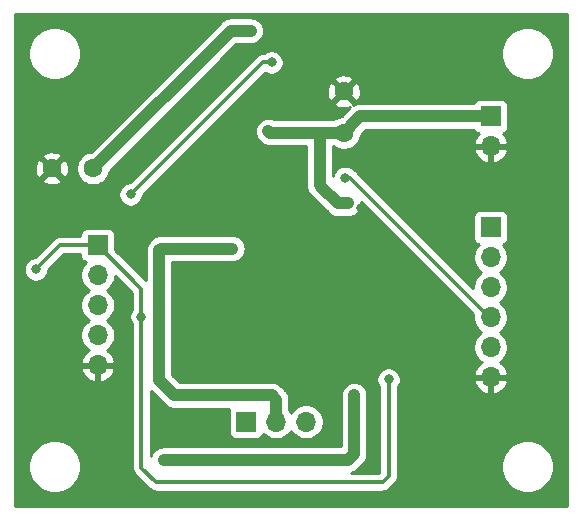
<source format=gbr>
%TF.GenerationSoftware,KiCad,Pcbnew,5.1.6-c6e7f7d~87~ubuntu18.04.1*%
%TF.CreationDate,2022-02-07T12:08:45+00:00*%
%TF.ProjectId,L6235-breakout,4c363233-352d-4627-9265-616b6f75742e,rev?*%
%TF.SameCoordinates,Original*%
%TF.FileFunction,Copper,L2,Bot*%
%TF.FilePolarity,Positive*%
%FSLAX46Y46*%
G04 Gerber Fmt 4.6, Leading zero omitted, Abs format (unit mm)*
G04 Created by KiCad (PCBNEW 5.1.6-c6e7f7d~87~ubuntu18.04.1) date 2022-02-07 12:08:45*
%MOMM*%
%LPD*%
G01*
G04 APERTURE LIST*
%TA.AperFunction,ComponentPad*%
%ADD10C,1.600000*%
%TD*%
%TA.AperFunction,ComponentPad*%
%ADD11R,1.700000X1.700000*%
%TD*%
%TA.AperFunction,ComponentPad*%
%ADD12O,1.700000X1.700000*%
%TD*%
%TA.AperFunction,ViaPad*%
%ADD13C,0.800000*%
%TD*%
%TA.AperFunction,Conductor*%
%ADD14C,0.300000*%
%TD*%
%TA.AperFunction,Conductor*%
%ADD15C,1.000000*%
%TD*%
%TA.AperFunction,Conductor*%
%ADD16C,0.254000*%
%TD*%
G04 APERTURE END LIST*
D10*
%TO.P,C3,1*%
%TO.N,VDD*%
X36461700Y-157734000D03*
%TO.P,C3,2*%
%TO.N,GND*%
X36461700Y-154234000D03*
%TD*%
D11*
%TO.P,J2,1*%
%TO.N,+5V*%
X15633700Y-167246300D03*
D12*
%TO.P,J2,2*%
%TO.N,HALL1*%
X15633700Y-169786300D03*
%TO.P,J2,3*%
%TO.N,HALL2*%
X15633700Y-172326300D03*
%TO.P,J2,4*%
%TO.N,HALL3*%
X15633700Y-174866300D03*
%TO.P,J2,5*%
%TO.N,GND*%
X15633700Y-177406300D03*
%TD*%
D11*
%TO.P,J3,1*%
%TO.N,PHASE1*%
X28194000Y-182194200D03*
D12*
%TO.P,J3,2*%
%TO.N,PHASE2*%
X30734000Y-182194200D03*
%TO.P,J3,3*%
%TO.N,PHASE3*%
X33274000Y-182194200D03*
%TD*%
D11*
%TO.P,J5,1*%
%TO.N,VDD*%
X48895000Y-156337000D03*
D12*
%TO.P,J5,2*%
%TO.N,GND*%
X48895000Y-158877000D03*
%TD*%
D10*
%TO.P,C9,1*%
%TO.N,+5V*%
X15250000Y-160750000D03*
%TO.P,C9,2*%
%TO.N,GND*%
X11750000Y-160750000D03*
%TD*%
D11*
%TO.P,J1,1*%
%TO.N,Net-(J1-Pad1)*%
X48895000Y-165735000D03*
D12*
%TO.P,J1,2*%
%TO.N,Net-(J1-Pad2)*%
X48895000Y-168275000D03*
%TO.P,J1,3*%
%TO.N,F-R*%
X48895000Y-170815000D03*
%TO.P,J1,4*%
%TO.N,BRAKE*%
X48895000Y-173355000D03*
%TO.P,J1,5*%
%TO.N,TACHO*%
X48895000Y-175895000D03*
%TO.P,J1,6*%
%TO.N,GND*%
X48895000Y-178435000D03*
%TD*%
D13*
%TO.N,GND*%
X33000000Y-174000000D03*
X32000000Y-174000000D03*
X31000000Y-174000000D03*
X32000000Y-173000000D03*
X31000000Y-173000000D03*
X33000000Y-173000000D03*
X33000000Y-172000000D03*
X32000000Y-172000000D03*
X31000000Y-172000000D03*
X31000000Y-167000000D03*
X31000000Y-168000000D03*
X31000000Y-169000000D03*
X31000000Y-170000000D03*
X31000000Y-171000000D03*
X32000000Y-171000000D03*
X33000000Y-171000000D03*
X33000000Y-170000000D03*
X32000000Y-170000000D03*
X32000000Y-169000000D03*
X33000000Y-169000000D03*
X33000000Y-168000000D03*
X32000000Y-168000000D03*
X32000000Y-167000000D03*
X33000000Y-167000000D03*
X34000000Y-167000000D03*
X34000000Y-168000000D03*
X34000000Y-169000000D03*
X34000000Y-170000000D03*
X34000000Y-171000000D03*
X34000000Y-172000000D03*
X34000000Y-173000000D03*
X34000000Y-174000000D03*
X34000000Y-175000000D03*
X33000000Y-175000000D03*
X32000000Y-175000000D03*
X31000000Y-175000000D03*
X30000000Y-175000000D03*
X29000000Y-175000000D03*
X29000000Y-174000000D03*
X30000000Y-174000000D03*
X30000000Y-173000000D03*
X29000000Y-173000000D03*
X29000000Y-172000000D03*
X30000000Y-172000000D03*
X30000000Y-171000000D03*
X29000000Y-171000000D03*
X29000000Y-170000000D03*
X30000000Y-170000000D03*
X30000000Y-169000000D03*
X29000000Y-169000000D03*
X29000000Y-168000000D03*
X30000000Y-168000000D03*
X30000000Y-167000000D03*
X29000000Y-167000000D03*
X46723300Y-162128200D03*
X37907100Y-164132400D03*
X45570100Y-174647900D03*
X37907100Y-177873800D03*
X24975900Y-177424000D03*
X46800000Y-169400000D03*
%TO.N,+5V*%
X10388600Y-169291000D03*
X19333200Y-173287700D03*
X40260900Y-178610900D03*
X28575000Y-149098000D03*
%TO.N,Net-(D1-Pad1)*%
X30353000Y-151765000D03*
X18415000Y-162941000D03*
%TO.N,BRAKE*%
X36576000Y-161544000D03*
%TO.N,PHASE2*%
X27025600Y-167538400D03*
%TO.N,Net-(R13-Pad2)*%
X37338000Y-179959000D03*
X21209000Y-185420000D03*
%TO.N,VDD*%
X36830000Y-163703000D03*
X30086300Y-157607000D03*
%TD*%
D14*
%TO.N,+5V*%
X12433300Y-167246300D02*
X10388600Y-169291000D01*
X15633700Y-167246300D02*
X12433300Y-167246300D01*
X19333200Y-170945800D02*
X15633700Y-167246300D01*
X19333200Y-173287700D02*
X19333200Y-170945800D01*
X40260900Y-178610900D02*
X40260900Y-179944400D01*
X19333200Y-182617100D02*
X19333200Y-173287700D01*
X19333200Y-182617100D02*
X19333200Y-186084200D01*
X19333200Y-186084200D02*
X20574000Y-187325000D01*
X20574000Y-187325000D02*
X39751000Y-187325000D01*
X40260900Y-186815100D02*
X40260900Y-178610900D01*
X39751000Y-187325000D02*
X40260900Y-186815100D01*
D15*
X26902000Y-149098000D02*
X15250000Y-160750000D01*
X28575000Y-149098000D02*
X26902000Y-149098000D01*
D14*
%TO.N,Net-(D1-Pad1)*%
X30353000Y-151765000D02*
X29591000Y-151765000D01*
X29591000Y-151765000D02*
X18415000Y-162941000D01*
X18415000Y-162941000D02*
X18415000Y-162941000D01*
%TO.N,BRAKE*%
X37071300Y-161607500D02*
X48793400Y-173329600D01*
X37007800Y-161544000D02*
X37071300Y-161607500D01*
X36576000Y-161544000D02*
X37007800Y-161544000D01*
D15*
%TO.N,PHASE2*%
X20828000Y-167690800D02*
X20828000Y-178689000D01*
X20828000Y-178689000D02*
X22098000Y-179959000D01*
X22098000Y-179959000D02*
X30353000Y-179959000D01*
X30734000Y-180340000D02*
X30734000Y-182194200D01*
X30353000Y-179959000D02*
X30734000Y-180340000D01*
X20980400Y-167538400D02*
X20828000Y-167690800D01*
X27025600Y-167538400D02*
X20980400Y-167538400D01*
%TO.N,Net-(R13-Pad2)*%
X37338000Y-179959000D02*
X37338000Y-184912000D01*
X37338000Y-184912000D02*
X36830000Y-185420000D01*
X36830000Y-185420000D02*
X21209000Y-185420000D01*
X21209000Y-185420000D02*
X21209000Y-185420000D01*
%TO.N,VDD*%
X36830000Y-163703000D02*
X35941000Y-163703000D01*
X37604700Y-156591000D02*
X36461700Y-157734000D01*
X37858700Y-156337000D02*
X37604700Y-156591000D01*
X48895000Y-156337000D02*
X37858700Y-156337000D01*
X30086300Y-157607000D02*
X30086300Y-157607000D01*
X34417000Y-162179000D02*
X34544000Y-162306000D01*
X35941000Y-163703000D02*
X34544000Y-162306000D01*
X36461700Y-157734000D02*
X34417000Y-157734000D01*
X34417000Y-157734000D02*
X34417000Y-162179000D01*
X34417000Y-157734000D02*
X30200600Y-157734000D01*
%TD*%
D16*
%TO.N,GND*%
G36*
X55340001Y-189340000D02*
G01*
X8660000Y-189340000D01*
X8660000Y-185779872D01*
X9765000Y-185779872D01*
X9765000Y-186220128D01*
X9850890Y-186651925D01*
X10019369Y-187058669D01*
X10263962Y-187424729D01*
X10575271Y-187736038D01*
X10941331Y-187980631D01*
X11348075Y-188149110D01*
X11779872Y-188235000D01*
X12220128Y-188235000D01*
X12651925Y-188149110D01*
X13058669Y-187980631D01*
X13424729Y-187736038D01*
X13736038Y-187424729D01*
X13980631Y-187058669D01*
X14149110Y-186651925D01*
X14235000Y-186220128D01*
X14235000Y-185779872D01*
X14149110Y-185348075D01*
X13980631Y-184941331D01*
X13736038Y-184575271D01*
X13424729Y-184263962D01*
X13058669Y-184019369D01*
X12651925Y-183850890D01*
X12220128Y-183765000D01*
X11779872Y-183765000D01*
X11348075Y-183850890D01*
X10941331Y-184019369D01*
X10575271Y-184263962D01*
X10263962Y-184575271D01*
X10019369Y-184941331D01*
X9850890Y-185348075D01*
X9765000Y-185779872D01*
X8660000Y-185779872D01*
X8660000Y-177763190D01*
X14192224Y-177763190D01*
X14236875Y-177910399D01*
X14362059Y-178173220D01*
X14536112Y-178406569D01*
X14752345Y-178601478D01*
X15002448Y-178750457D01*
X15276809Y-178847781D01*
X15506700Y-178727114D01*
X15506700Y-177533300D01*
X15760700Y-177533300D01*
X15760700Y-178727114D01*
X15990591Y-178847781D01*
X16264952Y-178750457D01*
X16515055Y-178601478D01*
X16731288Y-178406569D01*
X16905341Y-178173220D01*
X17030525Y-177910399D01*
X17075176Y-177763190D01*
X16953855Y-177533300D01*
X15760700Y-177533300D01*
X15506700Y-177533300D01*
X14313545Y-177533300D01*
X14192224Y-177763190D01*
X8660000Y-177763190D01*
X8660000Y-169189061D01*
X9353600Y-169189061D01*
X9353600Y-169392939D01*
X9393374Y-169592898D01*
X9471395Y-169781256D01*
X9584663Y-169950774D01*
X9728826Y-170094937D01*
X9898344Y-170208205D01*
X10086702Y-170286226D01*
X10286661Y-170326000D01*
X10490539Y-170326000D01*
X10690498Y-170286226D01*
X10878856Y-170208205D01*
X11048374Y-170094937D01*
X11192537Y-169950774D01*
X11305805Y-169781256D01*
X11383826Y-169592898D01*
X11423600Y-169392939D01*
X11423600Y-169366157D01*
X12758458Y-168031300D01*
X14145628Y-168031300D01*
X14145628Y-168096300D01*
X14157888Y-168220782D01*
X14194198Y-168340480D01*
X14253163Y-168450794D01*
X14332515Y-168547485D01*
X14429206Y-168626837D01*
X14539520Y-168685802D01*
X14612080Y-168707813D01*
X14480225Y-168839668D01*
X14317710Y-169082889D01*
X14205768Y-169353142D01*
X14148700Y-169640040D01*
X14148700Y-169932560D01*
X14205768Y-170219458D01*
X14317710Y-170489711D01*
X14480225Y-170732932D01*
X14687068Y-170939775D01*
X14861460Y-171056300D01*
X14687068Y-171172825D01*
X14480225Y-171379668D01*
X14317710Y-171622889D01*
X14205768Y-171893142D01*
X14148700Y-172180040D01*
X14148700Y-172472560D01*
X14205768Y-172759458D01*
X14317710Y-173029711D01*
X14480225Y-173272932D01*
X14687068Y-173479775D01*
X14861460Y-173596300D01*
X14687068Y-173712825D01*
X14480225Y-173919668D01*
X14317710Y-174162889D01*
X14205768Y-174433142D01*
X14148700Y-174720040D01*
X14148700Y-175012560D01*
X14205768Y-175299458D01*
X14317710Y-175569711D01*
X14480225Y-175812932D01*
X14687068Y-176019775D01*
X14869234Y-176141495D01*
X14752345Y-176211122D01*
X14536112Y-176406031D01*
X14362059Y-176639380D01*
X14236875Y-176902201D01*
X14192224Y-177049410D01*
X14313545Y-177279300D01*
X15506700Y-177279300D01*
X15506700Y-177259300D01*
X15760700Y-177259300D01*
X15760700Y-177279300D01*
X16953855Y-177279300D01*
X17075176Y-177049410D01*
X17030525Y-176902201D01*
X16905341Y-176639380D01*
X16731288Y-176406031D01*
X16515055Y-176211122D01*
X16398166Y-176141495D01*
X16580332Y-176019775D01*
X16787175Y-175812932D01*
X16949690Y-175569711D01*
X17061632Y-175299458D01*
X17118700Y-175012560D01*
X17118700Y-174720040D01*
X17061632Y-174433142D01*
X16949690Y-174162889D01*
X16787175Y-173919668D01*
X16580332Y-173712825D01*
X16405940Y-173596300D01*
X16580332Y-173479775D01*
X16787175Y-173272932D01*
X16949690Y-173029711D01*
X17061632Y-172759458D01*
X17118700Y-172472560D01*
X17118700Y-172180040D01*
X17061632Y-171893142D01*
X16949690Y-171622889D01*
X16787175Y-171379668D01*
X16580332Y-171172825D01*
X16405940Y-171056300D01*
X16580332Y-170939775D01*
X16787175Y-170732932D01*
X16949690Y-170489711D01*
X17061632Y-170219458D01*
X17118700Y-169932560D01*
X17118700Y-169841458D01*
X18548201Y-171270959D01*
X18548200Y-172608989D01*
X18529263Y-172627926D01*
X18415995Y-172797444D01*
X18337974Y-172985802D01*
X18298200Y-173185761D01*
X18298200Y-173389639D01*
X18337974Y-173589598D01*
X18415995Y-173777956D01*
X18529263Y-173947474D01*
X18548201Y-173966412D01*
X18548200Y-182578539D01*
X18548200Y-182578540D01*
X18548201Y-186045637D01*
X18544403Y-186084200D01*
X18559559Y-186238086D01*
X18604446Y-186386059D01*
X18604447Y-186386060D01*
X18677339Y-186522433D01*
X18708573Y-186560491D01*
X18750855Y-186612012D01*
X18750859Y-186612016D01*
X18775437Y-186641964D01*
X18805385Y-186666542D01*
X19991658Y-187852815D01*
X20016236Y-187882764D01*
X20046184Y-187907342D01*
X20046187Y-187907345D01*
X20075559Y-187931450D01*
X20135767Y-187980862D01*
X20272140Y-188053754D01*
X20420112Y-188098641D01*
X20434490Y-188100057D01*
X20535439Y-188110000D01*
X20535446Y-188110000D01*
X20573999Y-188113797D01*
X20612552Y-188110000D01*
X39712447Y-188110000D01*
X39751000Y-188113797D01*
X39789553Y-188110000D01*
X39789561Y-188110000D01*
X39904887Y-188098641D01*
X40052860Y-188053754D01*
X40189233Y-187980862D01*
X40308764Y-187882764D01*
X40333347Y-187852810D01*
X40788711Y-187397446D01*
X40818664Y-187372864D01*
X40916762Y-187253333D01*
X40989654Y-187116960D01*
X41034541Y-186968987D01*
X41045900Y-186853661D01*
X41045900Y-186853654D01*
X41049697Y-186815101D01*
X41045900Y-186776548D01*
X41045900Y-185779872D01*
X49765000Y-185779872D01*
X49765000Y-186220128D01*
X49850890Y-186651925D01*
X50019369Y-187058669D01*
X50263962Y-187424729D01*
X50575271Y-187736038D01*
X50941331Y-187980631D01*
X51348075Y-188149110D01*
X51779872Y-188235000D01*
X52220128Y-188235000D01*
X52651925Y-188149110D01*
X53058669Y-187980631D01*
X53424729Y-187736038D01*
X53736038Y-187424729D01*
X53980631Y-187058669D01*
X54149110Y-186651925D01*
X54235000Y-186220128D01*
X54235000Y-185779872D01*
X54149110Y-185348075D01*
X53980631Y-184941331D01*
X53736038Y-184575271D01*
X53424729Y-184263962D01*
X53058669Y-184019369D01*
X52651925Y-183850890D01*
X52220128Y-183765000D01*
X51779872Y-183765000D01*
X51348075Y-183850890D01*
X50941331Y-184019369D01*
X50575271Y-184263962D01*
X50263962Y-184575271D01*
X50019369Y-184941331D01*
X49850890Y-185348075D01*
X49765000Y-185779872D01*
X41045900Y-185779872D01*
X41045900Y-179289611D01*
X41064837Y-179270674D01*
X41178105Y-179101156D01*
X41256126Y-178912798D01*
X41280175Y-178791890D01*
X47453524Y-178791890D01*
X47498175Y-178939099D01*
X47623359Y-179201920D01*
X47797412Y-179435269D01*
X48013645Y-179630178D01*
X48263748Y-179779157D01*
X48538109Y-179876481D01*
X48768000Y-179755814D01*
X48768000Y-178562000D01*
X49022000Y-178562000D01*
X49022000Y-179755814D01*
X49251891Y-179876481D01*
X49526252Y-179779157D01*
X49776355Y-179630178D01*
X49992588Y-179435269D01*
X50166641Y-179201920D01*
X50291825Y-178939099D01*
X50336476Y-178791890D01*
X50215155Y-178562000D01*
X49022000Y-178562000D01*
X48768000Y-178562000D01*
X47574845Y-178562000D01*
X47453524Y-178791890D01*
X41280175Y-178791890D01*
X41295900Y-178712839D01*
X41295900Y-178508961D01*
X41256126Y-178309002D01*
X41178105Y-178120644D01*
X41064837Y-177951126D01*
X40920674Y-177806963D01*
X40751156Y-177693695D01*
X40562798Y-177615674D01*
X40362839Y-177575900D01*
X40158961Y-177575900D01*
X39959002Y-177615674D01*
X39770644Y-177693695D01*
X39601126Y-177806963D01*
X39456963Y-177951126D01*
X39343695Y-178120644D01*
X39265674Y-178309002D01*
X39225900Y-178508961D01*
X39225900Y-178712839D01*
X39265674Y-178912798D01*
X39343695Y-179101156D01*
X39456963Y-179270674D01*
X39475901Y-179289612D01*
X39475900Y-186489943D01*
X39425843Y-186540000D01*
X37038051Y-186540000D01*
X37052499Y-186538577D01*
X37266447Y-186473676D01*
X37463623Y-186368284D01*
X37636449Y-186226449D01*
X37671996Y-186183135D01*
X38101135Y-185753996D01*
X38144449Y-185718449D01*
X38286284Y-185545623D01*
X38391676Y-185348447D01*
X38456577Y-185134499D01*
X38473000Y-184967752D01*
X38473000Y-184967743D01*
X38478490Y-184912001D01*
X38473000Y-184856259D01*
X38473000Y-179903248D01*
X38456577Y-179736501D01*
X38391676Y-179522553D01*
X38286284Y-179325377D01*
X38144449Y-179152551D01*
X37971623Y-179010716D01*
X37774446Y-178905324D01*
X37560498Y-178840423D01*
X37338000Y-178818509D01*
X37115501Y-178840423D01*
X36901553Y-178905324D01*
X36704377Y-179010716D01*
X36531551Y-179152551D01*
X36389716Y-179325377D01*
X36284324Y-179522554D01*
X36219423Y-179736502D01*
X36203000Y-179903249D01*
X36203001Y-184285000D01*
X21153248Y-184285000D01*
X20986501Y-184301423D01*
X20772553Y-184366324D01*
X20575377Y-184471716D01*
X20402551Y-184613551D01*
X20260716Y-184786377D01*
X20155324Y-184983553D01*
X20118200Y-185105933D01*
X20118200Y-179584331D01*
X21256008Y-180722140D01*
X21291551Y-180765449D01*
X21464377Y-180907284D01*
X21661553Y-181012676D01*
X21825705Y-181062471D01*
X21875500Y-181077577D01*
X21896493Y-181079644D01*
X22042248Y-181094000D01*
X22042255Y-181094000D01*
X22097999Y-181099490D01*
X22153743Y-181094000D01*
X26757716Y-181094000D01*
X26754498Y-181100020D01*
X26718188Y-181219718D01*
X26705928Y-181344200D01*
X26705928Y-183044200D01*
X26718188Y-183168682D01*
X26754498Y-183288380D01*
X26813463Y-183398694D01*
X26892815Y-183495385D01*
X26989506Y-183574737D01*
X27099820Y-183633702D01*
X27219518Y-183670012D01*
X27344000Y-183682272D01*
X29044000Y-183682272D01*
X29168482Y-183670012D01*
X29288180Y-183633702D01*
X29398494Y-183574737D01*
X29495185Y-183495385D01*
X29574537Y-183398694D01*
X29633502Y-183288380D01*
X29655513Y-183215820D01*
X29787368Y-183347675D01*
X30030589Y-183510190D01*
X30300842Y-183622132D01*
X30587740Y-183679200D01*
X30880260Y-183679200D01*
X31167158Y-183622132D01*
X31437411Y-183510190D01*
X31680632Y-183347675D01*
X31887475Y-183140832D01*
X32004000Y-182966440D01*
X32120525Y-183140832D01*
X32327368Y-183347675D01*
X32570589Y-183510190D01*
X32840842Y-183622132D01*
X33127740Y-183679200D01*
X33420260Y-183679200D01*
X33707158Y-183622132D01*
X33977411Y-183510190D01*
X34220632Y-183347675D01*
X34427475Y-183140832D01*
X34589990Y-182897611D01*
X34701932Y-182627358D01*
X34759000Y-182340460D01*
X34759000Y-182047940D01*
X34701932Y-181761042D01*
X34589990Y-181490789D01*
X34427475Y-181247568D01*
X34220632Y-181040725D01*
X33977411Y-180878210D01*
X33707158Y-180766268D01*
X33420260Y-180709200D01*
X33127740Y-180709200D01*
X32840842Y-180766268D01*
X32570589Y-180878210D01*
X32327368Y-181040725D01*
X32120525Y-181247568D01*
X32004000Y-181421960D01*
X31887475Y-181247568D01*
X31869000Y-181229093D01*
X31869000Y-180395741D01*
X31874490Y-180339999D01*
X31869000Y-180284257D01*
X31869000Y-180284248D01*
X31852577Y-180117501D01*
X31787676Y-179903553D01*
X31682284Y-179706377D01*
X31540449Y-179533551D01*
X31497135Y-179498004D01*
X31194996Y-179195865D01*
X31159449Y-179152551D01*
X30986623Y-179010716D01*
X30789447Y-178905324D01*
X30575499Y-178840423D01*
X30408752Y-178824000D01*
X30408751Y-178824000D01*
X30353000Y-178818509D01*
X30297249Y-178824000D01*
X22568132Y-178824000D01*
X21963000Y-178218869D01*
X21963000Y-168673400D01*
X27081352Y-168673400D01*
X27248099Y-168656977D01*
X27462047Y-168592076D01*
X27659223Y-168486684D01*
X27832049Y-168344849D01*
X27973884Y-168172023D01*
X28079276Y-167974847D01*
X28144177Y-167760899D01*
X28166091Y-167538400D01*
X28144177Y-167315901D01*
X28079276Y-167101953D01*
X27973884Y-166904777D01*
X27832049Y-166731951D01*
X27659223Y-166590116D01*
X27462047Y-166484724D01*
X27248099Y-166419823D01*
X27081352Y-166403400D01*
X21036151Y-166403400D01*
X20980399Y-166397909D01*
X20924648Y-166403400D01*
X20757901Y-166419823D01*
X20543953Y-166484724D01*
X20346777Y-166590116D01*
X20173951Y-166731951D01*
X20138404Y-166775265D01*
X20064865Y-166848804D01*
X20021551Y-166884351D01*
X19879716Y-167057177D01*
X19783866Y-167236502D01*
X19774324Y-167254354D01*
X19709423Y-167468302D01*
X19687509Y-167690800D01*
X19693000Y-167746552D01*
X19693000Y-170195442D01*
X17121772Y-167624215D01*
X17121772Y-166396300D01*
X17109512Y-166271818D01*
X17073202Y-166152120D01*
X17014237Y-166041806D01*
X16934885Y-165945115D01*
X16838194Y-165865763D01*
X16727880Y-165806798D01*
X16608182Y-165770488D01*
X16483700Y-165758228D01*
X14783700Y-165758228D01*
X14659218Y-165770488D01*
X14539520Y-165806798D01*
X14429206Y-165865763D01*
X14332515Y-165945115D01*
X14253163Y-166041806D01*
X14194198Y-166152120D01*
X14157888Y-166271818D01*
X14145628Y-166396300D01*
X14145628Y-166461300D01*
X12471852Y-166461300D01*
X12433299Y-166457503D01*
X12394746Y-166461300D01*
X12394739Y-166461300D01*
X12293790Y-166471243D01*
X12279412Y-166472659D01*
X12244972Y-166483106D01*
X12131440Y-166517546D01*
X11995067Y-166590438D01*
X11957590Y-166621195D01*
X11905487Y-166663955D01*
X11905484Y-166663958D01*
X11875536Y-166688536D01*
X11850958Y-166718484D01*
X10313443Y-168256000D01*
X10286661Y-168256000D01*
X10086702Y-168295774D01*
X9898344Y-168373795D01*
X9728826Y-168487063D01*
X9584663Y-168631226D01*
X9471395Y-168800744D01*
X9393374Y-168989102D01*
X9353600Y-169189061D01*
X8660000Y-169189061D01*
X8660000Y-162839061D01*
X17380000Y-162839061D01*
X17380000Y-163042939D01*
X17419774Y-163242898D01*
X17497795Y-163431256D01*
X17611063Y-163600774D01*
X17755226Y-163744937D01*
X17924744Y-163858205D01*
X18113102Y-163936226D01*
X18313061Y-163976000D01*
X18516939Y-163976000D01*
X18716898Y-163936226D01*
X18905256Y-163858205D01*
X19074774Y-163744937D01*
X19218937Y-163600774D01*
X19332205Y-163431256D01*
X19410226Y-163242898D01*
X19450000Y-163042939D01*
X19450000Y-163016157D01*
X24859157Y-157607000D01*
X28945809Y-157607000D01*
X28967723Y-157829499D01*
X29032624Y-158043447D01*
X29138016Y-158240623D01*
X29279851Y-158413449D01*
X29310706Y-158438771D01*
X29394151Y-158540449D01*
X29566977Y-158682284D01*
X29764153Y-158787676D01*
X29978101Y-158852577D01*
X30144848Y-158869000D01*
X33282000Y-158869000D01*
X33282001Y-162123239D01*
X33276509Y-162179000D01*
X33298423Y-162401498D01*
X33363324Y-162615446D01*
X33391415Y-162668000D01*
X33468717Y-162812623D01*
X33610552Y-162985449D01*
X33653860Y-163020991D01*
X33702012Y-163069143D01*
X35099008Y-164466140D01*
X35134551Y-164509449D01*
X35307377Y-164651284D01*
X35504553Y-164756676D01*
X35718501Y-164821577D01*
X35885248Y-164838000D01*
X35885257Y-164838000D01*
X35940999Y-164843490D01*
X35996741Y-164838000D01*
X36885752Y-164838000D01*
X37052499Y-164821577D01*
X37266447Y-164756676D01*
X37463623Y-164651284D01*
X37636449Y-164509449D01*
X37778284Y-164336623D01*
X37883676Y-164139447D01*
X37948577Y-163925499D01*
X37970491Y-163703000D01*
X37961079Y-163607436D01*
X47435282Y-173081639D01*
X47410000Y-173208740D01*
X47410000Y-173501260D01*
X47467068Y-173788158D01*
X47579010Y-174058411D01*
X47741525Y-174301632D01*
X47948368Y-174508475D01*
X48122760Y-174625000D01*
X47948368Y-174741525D01*
X47741525Y-174948368D01*
X47579010Y-175191589D01*
X47467068Y-175461842D01*
X47410000Y-175748740D01*
X47410000Y-176041260D01*
X47467068Y-176328158D01*
X47579010Y-176598411D01*
X47741525Y-176841632D01*
X47948368Y-177048475D01*
X48130534Y-177170195D01*
X48013645Y-177239822D01*
X47797412Y-177434731D01*
X47623359Y-177668080D01*
X47498175Y-177930901D01*
X47453524Y-178078110D01*
X47574845Y-178308000D01*
X48768000Y-178308000D01*
X48768000Y-178288000D01*
X49022000Y-178288000D01*
X49022000Y-178308000D01*
X50215155Y-178308000D01*
X50336476Y-178078110D01*
X50291825Y-177930901D01*
X50166641Y-177668080D01*
X49992588Y-177434731D01*
X49776355Y-177239822D01*
X49659466Y-177170195D01*
X49841632Y-177048475D01*
X50048475Y-176841632D01*
X50210990Y-176598411D01*
X50322932Y-176328158D01*
X50380000Y-176041260D01*
X50380000Y-175748740D01*
X50322932Y-175461842D01*
X50210990Y-175191589D01*
X50048475Y-174948368D01*
X49841632Y-174741525D01*
X49667240Y-174625000D01*
X49841632Y-174508475D01*
X50048475Y-174301632D01*
X50210990Y-174058411D01*
X50322932Y-173788158D01*
X50380000Y-173501260D01*
X50380000Y-173208740D01*
X50322932Y-172921842D01*
X50210990Y-172651589D01*
X50048475Y-172408368D01*
X49841632Y-172201525D01*
X49667240Y-172085000D01*
X49841632Y-171968475D01*
X50048475Y-171761632D01*
X50210990Y-171518411D01*
X50322932Y-171248158D01*
X50380000Y-170961260D01*
X50380000Y-170668740D01*
X50322932Y-170381842D01*
X50210990Y-170111589D01*
X50048475Y-169868368D01*
X49841632Y-169661525D01*
X49667240Y-169545000D01*
X49841632Y-169428475D01*
X50048475Y-169221632D01*
X50210990Y-168978411D01*
X50322932Y-168708158D01*
X50380000Y-168421260D01*
X50380000Y-168128740D01*
X50322932Y-167841842D01*
X50210990Y-167571589D01*
X50048475Y-167328368D01*
X49916620Y-167196513D01*
X49989180Y-167174502D01*
X50099494Y-167115537D01*
X50196185Y-167036185D01*
X50275537Y-166939494D01*
X50334502Y-166829180D01*
X50370812Y-166709482D01*
X50383072Y-166585000D01*
X50383072Y-164885000D01*
X50370812Y-164760518D01*
X50334502Y-164640820D01*
X50275537Y-164530506D01*
X50196185Y-164433815D01*
X50099494Y-164354463D01*
X49989180Y-164295498D01*
X49869482Y-164259188D01*
X49745000Y-164246928D01*
X48045000Y-164246928D01*
X47920518Y-164259188D01*
X47800820Y-164295498D01*
X47690506Y-164354463D01*
X47593815Y-164433815D01*
X47514463Y-164530506D01*
X47455498Y-164640820D01*
X47419188Y-164760518D01*
X47406928Y-164885000D01*
X47406928Y-166585000D01*
X47419188Y-166709482D01*
X47455498Y-166829180D01*
X47514463Y-166939494D01*
X47593815Y-167036185D01*
X47690506Y-167115537D01*
X47800820Y-167174502D01*
X47873380Y-167196513D01*
X47741525Y-167328368D01*
X47579010Y-167571589D01*
X47467068Y-167841842D01*
X47410000Y-168128740D01*
X47410000Y-168421260D01*
X47467068Y-168708158D01*
X47579010Y-168978411D01*
X47741525Y-169221632D01*
X47948368Y-169428475D01*
X48122760Y-169545000D01*
X47948368Y-169661525D01*
X47741525Y-169868368D01*
X47579010Y-170111589D01*
X47467068Y-170381842D01*
X47410000Y-170668740D01*
X47410000Y-170836043D01*
X37599112Y-161025155D01*
X37599109Y-161025153D01*
X37590149Y-161016192D01*
X37565564Y-160986236D01*
X37446033Y-160888138D01*
X37312446Y-160816735D01*
X37235774Y-160740063D01*
X37066256Y-160626795D01*
X36877898Y-160548774D01*
X36677939Y-160509000D01*
X36474061Y-160509000D01*
X36274102Y-160548774D01*
X36085744Y-160626795D01*
X35916226Y-160740063D01*
X35772063Y-160884226D01*
X35658795Y-161053744D01*
X35580774Y-161242102D01*
X35552000Y-161386760D01*
X35552000Y-159233890D01*
X47453524Y-159233890D01*
X47498175Y-159381099D01*
X47623359Y-159643920D01*
X47797412Y-159877269D01*
X48013645Y-160072178D01*
X48263748Y-160221157D01*
X48538109Y-160318481D01*
X48768000Y-160197814D01*
X48768000Y-159004000D01*
X49022000Y-159004000D01*
X49022000Y-160197814D01*
X49251891Y-160318481D01*
X49526252Y-160221157D01*
X49776355Y-160072178D01*
X49992588Y-159877269D01*
X50166641Y-159643920D01*
X50291825Y-159381099D01*
X50336476Y-159233890D01*
X50215155Y-159004000D01*
X49022000Y-159004000D01*
X48768000Y-159004000D01*
X47574845Y-159004000D01*
X47453524Y-159233890D01*
X35552000Y-159233890D01*
X35552000Y-158869000D01*
X35577416Y-158869000D01*
X35781973Y-159005680D01*
X36043126Y-159113853D01*
X36320365Y-159169000D01*
X36603035Y-159169000D01*
X36880274Y-159113853D01*
X37141427Y-159005680D01*
X37376459Y-158848637D01*
X37576337Y-158648759D01*
X37733380Y-158413727D01*
X37841553Y-158152574D01*
X37889550Y-157911282D01*
X38328832Y-157472000D01*
X47477317Y-157472000D01*
X47514463Y-157541494D01*
X47593815Y-157638185D01*
X47690506Y-157717537D01*
X47800820Y-157776502D01*
X47881466Y-157800966D01*
X47797412Y-157876731D01*
X47623359Y-158110080D01*
X47498175Y-158372901D01*
X47453524Y-158520110D01*
X47574845Y-158750000D01*
X48768000Y-158750000D01*
X48768000Y-158730000D01*
X49022000Y-158730000D01*
X49022000Y-158750000D01*
X50215155Y-158750000D01*
X50336476Y-158520110D01*
X50291825Y-158372901D01*
X50166641Y-158110080D01*
X49992588Y-157876731D01*
X49908534Y-157800966D01*
X49989180Y-157776502D01*
X50099494Y-157717537D01*
X50196185Y-157638185D01*
X50275537Y-157541494D01*
X50334502Y-157431180D01*
X50370812Y-157311482D01*
X50383072Y-157187000D01*
X50383072Y-155487000D01*
X50370812Y-155362518D01*
X50334502Y-155242820D01*
X50275537Y-155132506D01*
X50196185Y-155035815D01*
X50099494Y-154956463D01*
X49989180Y-154897498D01*
X49869482Y-154861188D01*
X49745000Y-154848928D01*
X48045000Y-154848928D01*
X47920518Y-154861188D01*
X47800820Y-154897498D01*
X47690506Y-154956463D01*
X47593815Y-155035815D01*
X47514463Y-155132506D01*
X47477317Y-155202000D01*
X37914441Y-155202000D01*
X37858699Y-155196510D01*
X37802957Y-155202000D01*
X37802948Y-155202000D01*
X37636201Y-155218423D01*
X37422253Y-155283324D01*
X37227667Y-155387332D01*
X37274797Y-155226702D01*
X36461700Y-154413605D01*
X35648603Y-155226702D01*
X35720186Y-155470671D01*
X35975696Y-155591571D01*
X36249884Y-155660300D01*
X36532212Y-155674217D01*
X36811830Y-155632787D01*
X37033366Y-155553562D01*
X37016704Y-155573865D01*
X36841562Y-155749007D01*
X36841556Y-155749012D01*
X36284418Y-156306150D01*
X36043126Y-156354147D01*
X35781973Y-156462320D01*
X35577416Y-156599000D01*
X34472751Y-156599000D01*
X34417000Y-156593509D01*
X34361248Y-156599000D01*
X30608201Y-156599000D01*
X30522747Y-156553324D01*
X30308799Y-156488423D01*
X30142052Y-156472000D01*
X30030548Y-156472000D01*
X29863801Y-156488423D01*
X29649853Y-156553324D01*
X29452677Y-156658716D01*
X29279851Y-156800551D01*
X29138016Y-156973377D01*
X29032624Y-157170553D01*
X28967723Y-157384501D01*
X28945809Y-157607000D01*
X24859157Y-157607000D01*
X28161645Y-154304512D01*
X35021483Y-154304512D01*
X35062913Y-154584130D01*
X35158097Y-154850292D01*
X35225029Y-154975514D01*
X35468998Y-155047097D01*
X36282095Y-154234000D01*
X36641305Y-154234000D01*
X37454402Y-155047097D01*
X37698371Y-154975514D01*
X37819271Y-154720004D01*
X37888000Y-154445816D01*
X37901917Y-154163488D01*
X37860487Y-153883870D01*
X37765303Y-153617708D01*
X37698371Y-153492486D01*
X37454402Y-153420903D01*
X36641305Y-154234000D01*
X36282095Y-154234000D01*
X35468998Y-153420903D01*
X35225029Y-153492486D01*
X35104129Y-153747996D01*
X35035400Y-154022184D01*
X35021483Y-154304512D01*
X28161645Y-154304512D01*
X29224859Y-153241298D01*
X35648603Y-153241298D01*
X36461700Y-154054395D01*
X37274797Y-153241298D01*
X37203214Y-152997329D01*
X36947704Y-152876429D01*
X36673516Y-152807700D01*
X36391188Y-152793783D01*
X36111570Y-152835213D01*
X35845408Y-152930397D01*
X35720186Y-152997329D01*
X35648603Y-153241298D01*
X29224859Y-153241298D01*
X29815512Y-152650645D01*
X29862744Y-152682205D01*
X30051102Y-152760226D01*
X30251061Y-152800000D01*
X30454939Y-152800000D01*
X30654898Y-152760226D01*
X30843256Y-152682205D01*
X31012774Y-152568937D01*
X31156937Y-152424774D01*
X31270205Y-152255256D01*
X31348226Y-152066898D01*
X31388000Y-151866939D01*
X31388000Y-151663061D01*
X31348226Y-151463102D01*
X31270205Y-151274744D01*
X31156937Y-151105226D01*
X31012774Y-150961063D01*
X30843256Y-150847795D01*
X30679277Y-150779872D01*
X49765000Y-150779872D01*
X49765000Y-151220128D01*
X49850890Y-151651925D01*
X50019369Y-152058669D01*
X50263962Y-152424729D01*
X50575271Y-152736038D01*
X50941331Y-152980631D01*
X51348075Y-153149110D01*
X51779872Y-153235000D01*
X52220128Y-153235000D01*
X52651925Y-153149110D01*
X53058669Y-152980631D01*
X53424729Y-152736038D01*
X53736038Y-152424729D01*
X53980631Y-152058669D01*
X54149110Y-151651925D01*
X54235000Y-151220128D01*
X54235000Y-150779872D01*
X54149110Y-150348075D01*
X53980631Y-149941331D01*
X53736038Y-149575271D01*
X53424729Y-149263962D01*
X53058669Y-149019369D01*
X52651925Y-148850890D01*
X52220128Y-148765000D01*
X51779872Y-148765000D01*
X51348075Y-148850890D01*
X50941331Y-149019369D01*
X50575271Y-149263962D01*
X50263962Y-149575271D01*
X50019369Y-149941331D01*
X49850890Y-150348075D01*
X49765000Y-150779872D01*
X30679277Y-150779872D01*
X30654898Y-150769774D01*
X30454939Y-150730000D01*
X30251061Y-150730000D01*
X30051102Y-150769774D01*
X29862744Y-150847795D01*
X29693226Y-150961063D01*
X29674289Y-150980000D01*
X29629556Y-150980000D01*
X29591000Y-150976203D01*
X29552444Y-150980000D01*
X29552439Y-150980000D01*
X29512026Y-150983980D01*
X29437113Y-150991358D01*
X29289140Y-151036246D01*
X29152767Y-151109138D01*
X29033236Y-151207236D01*
X29008653Y-151237190D01*
X18339843Y-161906000D01*
X18313061Y-161906000D01*
X18113102Y-161945774D01*
X17924744Y-162023795D01*
X17755226Y-162137063D01*
X17611063Y-162281226D01*
X17497795Y-162450744D01*
X17419774Y-162639102D01*
X17380000Y-162839061D01*
X8660000Y-162839061D01*
X8660000Y-161742702D01*
X10936903Y-161742702D01*
X11008486Y-161986671D01*
X11263996Y-162107571D01*
X11538184Y-162176300D01*
X11820512Y-162190217D01*
X12100130Y-162148787D01*
X12366292Y-162053603D01*
X12491514Y-161986671D01*
X12563097Y-161742702D01*
X11750000Y-160929605D01*
X10936903Y-161742702D01*
X8660000Y-161742702D01*
X8660000Y-160820512D01*
X10309783Y-160820512D01*
X10351213Y-161100130D01*
X10446397Y-161366292D01*
X10513329Y-161491514D01*
X10757298Y-161563097D01*
X11570395Y-160750000D01*
X11929605Y-160750000D01*
X12742702Y-161563097D01*
X12986671Y-161491514D01*
X13107571Y-161236004D01*
X13176300Y-160961816D01*
X13190217Y-160679488D01*
X13179724Y-160608665D01*
X13815000Y-160608665D01*
X13815000Y-160891335D01*
X13870147Y-161168574D01*
X13978320Y-161429727D01*
X14135363Y-161664759D01*
X14335241Y-161864637D01*
X14570273Y-162021680D01*
X14831426Y-162129853D01*
X15108665Y-162185000D01*
X15391335Y-162185000D01*
X15668574Y-162129853D01*
X15929727Y-162021680D01*
X16164759Y-161864637D01*
X16364637Y-161664759D01*
X16521680Y-161429727D01*
X16629853Y-161168574D01*
X16677850Y-160927281D01*
X27372132Y-150233000D01*
X28630752Y-150233000D01*
X28797499Y-150216577D01*
X29011447Y-150151676D01*
X29208623Y-150046284D01*
X29381449Y-149904449D01*
X29523284Y-149731623D01*
X29628676Y-149534447D01*
X29693577Y-149320499D01*
X29715491Y-149098000D01*
X29693577Y-148875501D01*
X29628676Y-148661553D01*
X29523284Y-148464377D01*
X29381449Y-148291551D01*
X29208623Y-148149716D01*
X29011447Y-148044324D01*
X28797499Y-147979423D01*
X28630752Y-147963000D01*
X26957741Y-147963000D01*
X26901999Y-147957510D01*
X26846257Y-147963000D01*
X26846248Y-147963000D01*
X26679501Y-147979423D01*
X26465553Y-148044324D01*
X26268377Y-148149716D01*
X26095551Y-148291551D01*
X26060009Y-148334859D01*
X15072719Y-159322150D01*
X14831426Y-159370147D01*
X14570273Y-159478320D01*
X14335241Y-159635363D01*
X14135363Y-159835241D01*
X13978320Y-160070273D01*
X13870147Y-160331426D01*
X13815000Y-160608665D01*
X13179724Y-160608665D01*
X13148787Y-160399870D01*
X13053603Y-160133708D01*
X12986671Y-160008486D01*
X12742702Y-159936903D01*
X11929605Y-160750000D01*
X11570395Y-160750000D01*
X10757298Y-159936903D01*
X10513329Y-160008486D01*
X10392429Y-160263996D01*
X10323700Y-160538184D01*
X10309783Y-160820512D01*
X8660000Y-160820512D01*
X8660000Y-159757298D01*
X10936903Y-159757298D01*
X11750000Y-160570395D01*
X12563097Y-159757298D01*
X12491514Y-159513329D01*
X12236004Y-159392429D01*
X11961816Y-159323700D01*
X11679488Y-159309783D01*
X11399870Y-159351213D01*
X11133708Y-159446397D01*
X11008486Y-159513329D01*
X10936903Y-159757298D01*
X8660000Y-159757298D01*
X8660000Y-150779872D01*
X9765000Y-150779872D01*
X9765000Y-151220128D01*
X9850890Y-151651925D01*
X10019369Y-152058669D01*
X10263962Y-152424729D01*
X10575271Y-152736038D01*
X10941331Y-152980631D01*
X11348075Y-153149110D01*
X11779872Y-153235000D01*
X12220128Y-153235000D01*
X12651925Y-153149110D01*
X13058669Y-152980631D01*
X13424729Y-152736038D01*
X13736038Y-152424729D01*
X13980631Y-152058669D01*
X14149110Y-151651925D01*
X14235000Y-151220128D01*
X14235000Y-150779872D01*
X14149110Y-150348075D01*
X13980631Y-149941331D01*
X13736038Y-149575271D01*
X13424729Y-149263962D01*
X13058669Y-149019369D01*
X12651925Y-148850890D01*
X12220128Y-148765000D01*
X11779872Y-148765000D01*
X11348075Y-148850890D01*
X10941331Y-149019369D01*
X10575271Y-149263962D01*
X10263962Y-149575271D01*
X10019369Y-149941331D01*
X9850890Y-150348075D01*
X9765000Y-150779872D01*
X8660000Y-150779872D01*
X8660000Y-147660000D01*
X55340000Y-147660000D01*
X55340001Y-189340000D01*
G37*
X55340001Y-189340000D02*
X8660000Y-189340000D01*
X8660000Y-185779872D01*
X9765000Y-185779872D01*
X9765000Y-186220128D01*
X9850890Y-186651925D01*
X10019369Y-187058669D01*
X10263962Y-187424729D01*
X10575271Y-187736038D01*
X10941331Y-187980631D01*
X11348075Y-188149110D01*
X11779872Y-188235000D01*
X12220128Y-188235000D01*
X12651925Y-188149110D01*
X13058669Y-187980631D01*
X13424729Y-187736038D01*
X13736038Y-187424729D01*
X13980631Y-187058669D01*
X14149110Y-186651925D01*
X14235000Y-186220128D01*
X14235000Y-185779872D01*
X14149110Y-185348075D01*
X13980631Y-184941331D01*
X13736038Y-184575271D01*
X13424729Y-184263962D01*
X13058669Y-184019369D01*
X12651925Y-183850890D01*
X12220128Y-183765000D01*
X11779872Y-183765000D01*
X11348075Y-183850890D01*
X10941331Y-184019369D01*
X10575271Y-184263962D01*
X10263962Y-184575271D01*
X10019369Y-184941331D01*
X9850890Y-185348075D01*
X9765000Y-185779872D01*
X8660000Y-185779872D01*
X8660000Y-177763190D01*
X14192224Y-177763190D01*
X14236875Y-177910399D01*
X14362059Y-178173220D01*
X14536112Y-178406569D01*
X14752345Y-178601478D01*
X15002448Y-178750457D01*
X15276809Y-178847781D01*
X15506700Y-178727114D01*
X15506700Y-177533300D01*
X15760700Y-177533300D01*
X15760700Y-178727114D01*
X15990591Y-178847781D01*
X16264952Y-178750457D01*
X16515055Y-178601478D01*
X16731288Y-178406569D01*
X16905341Y-178173220D01*
X17030525Y-177910399D01*
X17075176Y-177763190D01*
X16953855Y-177533300D01*
X15760700Y-177533300D01*
X15506700Y-177533300D01*
X14313545Y-177533300D01*
X14192224Y-177763190D01*
X8660000Y-177763190D01*
X8660000Y-169189061D01*
X9353600Y-169189061D01*
X9353600Y-169392939D01*
X9393374Y-169592898D01*
X9471395Y-169781256D01*
X9584663Y-169950774D01*
X9728826Y-170094937D01*
X9898344Y-170208205D01*
X10086702Y-170286226D01*
X10286661Y-170326000D01*
X10490539Y-170326000D01*
X10690498Y-170286226D01*
X10878856Y-170208205D01*
X11048374Y-170094937D01*
X11192537Y-169950774D01*
X11305805Y-169781256D01*
X11383826Y-169592898D01*
X11423600Y-169392939D01*
X11423600Y-169366157D01*
X12758458Y-168031300D01*
X14145628Y-168031300D01*
X14145628Y-168096300D01*
X14157888Y-168220782D01*
X14194198Y-168340480D01*
X14253163Y-168450794D01*
X14332515Y-168547485D01*
X14429206Y-168626837D01*
X14539520Y-168685802D01*
X14612080Y-168707813D01*
X14480225Y-168839668D01*
X14317710Y-169082889D01*
X14205768Y-169353142D01*
X14148700Y-169640040D01*
X14148700Y-169932560D01*
X14205768Y-170219458D01*
X14317710Y-170489711D01*
X14480225Y-170732932D01*
X14687068Y-170939775D01*
X14861460Y-171056300D01*
X14687068Y-171172825D01*
X14480225Y-171379668D01*
X14317710Y-171622889D01*
X14205768Y-171893142D01*
X14148700Y-172180040D01*
X14148700Y-172472560D01*
X14205768Y-172759458D01*
X14317710Y-173029711D01*
X14480225Y-173272932D01*
X14687068Y-173479775D01*
X14861460Y-173596300D01*
X14687068Y-173712825D01*
X14480225Y-173919668D01*
X14317710Y-174162889D01*
X14205768Y-174433142D01*
X14148700Y-174720040D01*
X14148700Y-175012560D01*
X14205768Y-175299458D01*
X14317710Y-175569711D01*
X14480225Y-175812932D01*
X14687068Y-176019775D01*
X14869234Y-176141495D01*
X14752345Y-176211122D01*
X14536112Y-176406031D01*
X14362059Y-176639380D01*
X14236875Y-176902201D01*
X14192224Y-177049410D01*
X14313545Y-177279300D01*
X15506700Y-177279300D01*
X15506700Y-177259300D01*
X15760700Y-177259300D01*
X15760700Y-177279300D01*
X16953855Y-177279300D01*
X17075176Y-177049410D01*
X17030525Y-176902201D01*
X16905341Y-176639380D01*
X16731288Y-176406031D01*
X16515055Y-176211122D01*
X16398166Y-176141495D01*
X16580332Y-176019775D01*
X16787175Y-175812932D01*
X16949690Y-175569711D01*
X17061632Y-175299458D01*
X17118700Y-175012560D01*
X17118700Y-174720040D01*
X17061632Y-174433142D01*
X16949690Y-174162889D01*
X16787175Y-173919668D01*
X16580332Y-173712825D01*
X16405940Y-173596300D01*
X16580332Y-173479775D01*
X16787175Y-173272932D01*
X16949690Y-173029711D01*
X17061632Y-172759458D01*
X17118700Y-172472560D01*
X17118700Y-172180040D01*
X17061632Y-171893142D01*
X16949690Y-171622889D01*
X16787175Y-171379668D01*
X16580332Y-171172825D01*
X16405940Y-171056300D01*
X16580332Y-170939775D01*
X16787175Y-170732932D01*
X16949690Y-170489711D01*
X17061632Y-170219458D01*
X17118700Y-169932560D01*
X17118700Y-169841458D01*
X18548201Y-171270959D01*
X18548200Y-172608989D01*
X18529263Y-172627926D01*
X18415995Y-172797444D01*
X18337974Y-172985802D01*
X18298200Y-173185761D01*
X18298200Y-173389639D01*
X18337974Y-173589598D01*
X18415995Y-173777956D01*
X18529263Y-173947474D01*
X18548201Y-173966412D01*
X18548200Y-182578539D01*
X18548200Y-182578540D01*
X18548201Y-186045637D01*
X18544403Y-186084200D01*
X18559559Y-186238086D01*
X18604446Y-186386059D01*
X18604447Y-186386060D01*
X18677339Y-186522433D01*
X18708573Y-186560491D01*
X18750855Y-186612012D01*
X18750859Y-186612016D01*
X18775437Y-186641964D01*
X18805385Y-186666542D01*
X19991658Y-187852815D01*
X20016236Y-187882764D01*
X20046184Y-187907342D01*
X20046187Y-187907345D01*
X20075559Y-187931450D01*
X20135767Y-187980862D01*
X20272140Y-188053754D01*
X20420112Y-188098641D01*
X20434490Y-188100057D01*
X20535439Y-188110000D01*
X20535446Y-188110000D01*
X20573999Y-188113797D01*
X20612552Y-188110000D01*
X39712447Y-188110000D01*
X39751000Y-188113797D01*
X39789553Y-188110000D01*
X39789561Y-188110000D01*
X39904887Y-188098641D01*
X40052860Y-188053754D01*
X40189233Y-187980862D01*
X40308764Y-187882764D01*
X40333347Y-187852810D01*
X40788711Y-187397446D01*
X40818664Y-187372864D01*
X40916762Y-187253333D01*
X40989654Y-187116960D01*
X41034541Y-186968987D01*
X41045900Y-186853661D01*
X41045900Y-186853654D01*
X41049697Y-186815101D01*
X41045900Y-186776548D01*
X41045900Y-185779872D01*
X49765000Y-185779872D01*
X49765000Y-186220128D01*
X49850890Y-186651925D01*
X50019369Y-187058669D01*
X50263962Y-187424729D01*
X50575271Y-187736038D01*
X50941331Y-187980631D01*
X51348075Y-188149110D01*
X51779872Y-188235000D01*
X52220128Y-188235000D01*
X52651925Y-188149110D01*
X53058669Y-187980631D01*
X53424729Y-187736038D01*
X53736038Y-187424729D01*
X53980631Y-187058669D01*
X54149110Y-186651925D01*
X54235000Y-186220128D01*
X54235000Y-185779872D01*
X54149110Y-185348075D01*
X53980631Y-184941331D01*
X53736038Y-184575271D01*
X53424729Y-184263962D01*
X53058669Y-184019369D01*
X52651925Y-183850890D01*
X52220128Y-183765000D01*
X51779872Y-183765000D01*
X51348075Y-183850890D01*
X50941331Y-184019369D01*
X50575271Y-184263962D01*
X50263962Y-184575271D01*
X50019369Y-184941331D01*
X49850890Y-185348075D01*
X49765000Y-185779872D01*
X41045900Y-185779872D01*
X41045900Y-179289611D01*
X41064837Y-179270674D01*
X41178105Y-179101156D01*
X41256126Y-178912798D01*
X41280175Y-178791890D01*
X47453524Y-178791890D01*
X47498175Y-178939099D01*
X47623359Y-179201920D01*
X47797412Y-179435269D01*
X48013645Y-179630178D01*
X48263748Y-179779157D01*
X48538109Y-179876481D01*
X48768000Y-179755814D01*
X48768000Y-178562000D01*
X49022000Y-178562000D01*
X49022000Y-179755814D01*
X49251891Y-179876481D01*
X49526252Y-179779157D01*
X49776355Y-179630178D01*
X49992588Y-179435269D01*
X50166641Y-179201920D01*
X50291825Y-178939099D01*
X50336476Y-178791890D01*
X50215155Y-178562000D01*
X49022000Y-178562000D01*
X48768000Y-178562000D01*
X47574845Y-178562000D01*
X47453524Y-178791890D01*
X41280175Y-178791890D01*
X41295900Y-178712839D01*
X41295900Y-178508961D01*
X41256126Y-178309002D01*
X41178105Y-178120644D01*
X41064837Y-177951126D01*
X40920674Y-177806963D01*
X40751156Y-177693695D01*
X40562798Y-177615674D01*
X40362839Y-177575900D01*
X40158961Y-177575900D01*
X39959002Y-177615674D01*
X39770644Y-177693695D01*
X39601126Y-177806963D01*
X39456963Y-177951126D01*
X39343695Y-178120644D01*
X39265674Y-178309002D01*
X39225900Y-178508961D01*
X39225900Y-178712839D01*
X39265674Y-178912798D01*
X39343695Y-179101156D01*
X39456963Y-179270674D01*
X39475901Y-179289612D01*
X39475900Y-186489943D01*
X39425843Y-186540000D01*
X37038051Y-186540000D01*
X37052499Y-186538577D01*
X37266447Y-186473676D01*
X37463623Y-186368284D01*
X37636449Y-186226449D01*
X37671996Y-186183135D01*
X38101135Y-185753996D01*
X38144449Y-185718449D01*
X38286284Y-185545623D01*
X38391676Y-185348447D01*
X38456577Y-185134499D01*
X38473000Y-184967752D01*
X38473000Y-184967743D01*
X38478490Y-184912001D01*
X38473000Y-184856259D01*
X38473000Y-179903248D01*
X38456577Y-179736501D01*
X38391676Y-179522553D01*
X38286284Y-179325377D01*
X38144449Y-179152551D01*
X37971623Y-179010716D01*
X37774446Y-178905324D01*
X37560498Y-178840423D01*
X37338000Y-178818509D01*
X37115501Y-178840423D01*
X36901553Y-178905324D01*
X36704377Y-179010716D01*
X36531551Y-179152551D01*
X36389716Y-179325377D01*
X36284324Y-179522554D01*
X36219423Y-179736502D01*
X36203000Y-179903249D01*
X36203001Y-184285000D01*
X21153248Y-184285000D01*
X20986501Y-184301423D01*
X20772553Y-184366324D01*
X20575377Y-184471716D01*
X20402551Y-184613551D01*
X20260716Y-184786377D01*
X20155324Y-184983553D01*
X20118200Y-185105933D01*
X20118200Y-179584331D01*
X21256008Y-180722140D01*
X21291551Y-180765449D01*
X21464377Y-180907284D01*
X21661553Y-181012676D01*
X21825705Y-181062471D01*
X21875500Y-181077577D01*
X21896493Y-181079644D01*
X22042248Y-181094000D01*
X22042255Y-181094000D01*
X22097999Y-181099490D01*
X22153743Y-181094000D01*
X26757716Y-181094000D01*
X26754498Y-181100020D01*
X26718188Y-181219718D01*
X26705928Y-181344200D01*
X26705928Y-183044200D01*
X26718188Y-183168682D01*
X26754498Y-183288380D01*
X26813463Y-183398694D01*
X26892815Y-183495385D01*
X26989506Y-183574737D01*
X27099820Y-183633702D01*
X27219518Y-183670012D01*
X27344000Y-183682272D01*
X29044000Y-183682272D01*
X29168482Y-183670012D01*
X29288180Y-183633702D01*
X29398494Y-183574737D01*
X29495185Y-183495385D01*
X29574537Y-183398694D01*
X29633502Y-183288380D01*
X29655513Y-183215820D01*
X29787368Y-183347675D01*
X30030589Y-183510190D01*
X30300842Y-183622132D01*
X30587740Y-183679200D01*
X30880260Y-183679200D01*
X31167158Y-183622132D01*
X31437411Y-183510190D01*
X31680632Y-183347675D01*
X31887475Y-183140832D01*
X32004000Y-182966440D01*
X32120525Y-183140832D01*
X32327368Y-183347675D01*
X32570589Y-183510190D01*
X32840842Y-183622132D01*
X33127740Y-183679200D01*
X33420260Y-183679200D01*
X33707158Y-183622132D01*
X33977411Y-183510190D01*
X34220632Y-183347675D01*
X34427475Y-183140832D01*
X34589990Y-182897611D01*
X34701932Y-182627358D01*
X34759000Y-182340460D01*
X34759000Y-182047940D01*
X34701932Y-181761042D01*
X34589990Y-181490789D01*
X34427475Y-181247568D01*
X34220632Y-181040725D01*
X33977411Y-180878210D01*
X33707158Y-180766268D01*
X33420260Y-180709200D01*
X33127740Y-180709200D01*
X32840842Y-180766268D01*
X32570589Y-180878210D01*
X32327368Y-181040725D01*
X32120525Y-181247568D01*
X32004000Y-181421960D01*
X31887475Y-181247568D01*
X31869000Y-181229093D01*
X31869000Y-180395741D01*
X31874490Y-180339999D01*
X31869000Y-180284257D01*
X31869000Y-180284248D01*
X31852577Y-180117501D01*
X31787676Y-179903553D01*
X31682284Y-179706377D01*
X31540449Y-179533551D01*
X31497135Y-179498004D01*
X31194996Y-179195865D01*
X31159449Y-179152551D01*
X30986623Y-179010716D01*
X30789447Y-178905324D01*
X30575499Y-178840423D01*
X30408752Y-178824000D01*
X30408751Y-178824000D01*
X30353000Y-178818509D01*
X30297249Y-178824000D01*
X22568132Y-178824000D01*
X21963000Y-178218869D01*
X21963000Y-168673400D01*
X27081352Y-168673400D01*
X27248099Y-168656977D01*
X27462047Y-168592076D01*
X27659223Y-168486684D01*
X27832049Y-168344849D01*
X27973884Y-168172023D01*
X28079276Y-167974847D01*
X28144177Y-167760899D01*
X28166091Y-167538400D01*
X28144177Y-167315901D01*
X28079276Y-167101953D01*
X27973884Y-166904777D01*
X27832049Y-166731951D01*
X27659223Y-166590116D01*
X27462047Y-166484724D01*
X27248099Y-166419823D01*
X27081352Y-166403400D01*
X21036151Y-166403400D01*
X20980399Y-166397909D01*
X20924648Y-166403400D01*
X20757901Y-166419823D01*
X20543953Y-166484724D01*
X20346777Y-166590116D01*
X20173951Y-166731951D01*
X20138404Y-166775265D01*
X20064865Y-166848804D01*
X20021551Y-166884351D01*
X19879716Y-167057177D01*
X19783866Y-167236502D01*
X19774324Y-167254354D01*
X19709423Y-167468302D01*
X19687509Y-167690800D01*
X19693000Y-167746552D01*
X19693000Y-170195442D01*
X17121772Y-167624215D01*
X17121772Y-166396300D01*
X17109512Y-166271818D01*
X17073202Y-166152120D01*
X17014237Y-166041806D01*
X16934885Y-165945115D01*
X16838194Y-165865763D01*
X16727880Y-165806798D01*
X16608182Y-165770488D01*
X16483700Y-165758228D01*
X14783700Y-165758228D01*
X14659218Y-165770488D01*
X14539520Y-165806798D01*
X14429206Y-165865763D01*
X14332515Y-165945115D01*
X14253163Y-166041806D01*
X14194198Y-166152120D01*
X14157888Y-166271818D01*
X14145628Y-166396300D01*
X14145628Y-166461300D01*
X12471852Y-166461300D01*
X12433299Y-166457503D01*
X12394746Y-166461300D01*
X12394739Y-166461300D01*
X12293790Y-166471243D01*
X12279412Y-166472659D01*
X12244972Y-166483106D01*
X12131440Y-166517546D01*
X11995067Y-166590438D01*
X11957590Y-166621195D01*
X11905487Y-166663955D01*
X11905484Y-166663958D01*
X11875536Y-166688536D01*
X11850958Y-166718484D01*
X10313443Y-168256000D01*
X10286661Y-168256000D01*
X10086702Y-168295774D01*
X9898344Y-168373795D01*
X9728826Y-168487063D01*
X9584663Y-168631226D01*
X9471395Y-168800744D01*
X9393374Y-168989102D01*
X9353600Y-169189061D01*
X8660000Y-169189061D01*
X8660000Y-162839061D01*
X17380000Y-162839061D01*
X17380000Y-163042939D01*
X17419774Y-163242898D01*
X17497795Y-163431256D01*
X17611063Y-163600774D01*
X17755226Y-163744937D01*
X17924744Y-163858205D01*
X18113102Y-163936226D01*
X18313061Y-163976000D01*
X18516939Y-163976000D01*
X18716898Y-163936226D01*
X18905256Y-163858205D01*
X19074774Y-163744937D01*
X19218937Y-163600774D01*
X19332205Y-163431256D01*
X19410226Y-163242898D01*
X19450000Y-163042939D01*
X19450000Y-163016157D01*
X24859157Y-157607000D01*
X28945809Y-157607000D01*
X28967723Y-157829499D01*
X29032624Y-158043447D01*
X29138016Y-158240623D01*
X29279851Y-158413449D01*
X29310706Y-158438771D01*
X29394151Y-158540449D01*
X29566977Y-158682284D01*
X29764153Y-158787676D01*
X29978101Y-158852577D01*
X30144848Y-158869000D01*
X33282000Y-158869000D01*
X33282001Y-162123239D01*
X33276509Y-162179000D01*
X33298423Y-162401498D01*
X33363324Y-162615446D01*
X33391415Y-162668000D01*
X33468717Y-162812623D01*
X33610552Y-162985449D01*
X33653860Y-163020991D01*
X33702012Y-163069143D01*
X35099008Y-164466140D01*
X35134551Y-164509449D01*
X35307377Y-164651284D01*
X35504553Y-164756676D01*
X35718501Y-164821577D01*
X35885248Y-164838000D01*
X35885257Y-164838000D01*
X35940999Y-164843490D01*
X35996741Y-164838000D01*
X36885752Y-164838000D01*
X37052499Y-164821577D01*
X37266447Y-164756676D01*
X37463623Y-164651284D01*
X37636449Y-164509449D01*
X37778284Y-164336623D01*
X37883676Y-164139447D01*
X37948577Y-163925499D01*
X37970491Y-163703000D01*
X37961079Y-163607436D01*
X47435282Y-173081639D01*
X47410000Y-173208740D01*
X47410000Y-173501260D01*
X47467068Y-173788158D01*
X47579010Y-174058411D01*
X47741525Y-174301632D01*
X47948368Y-174508475D01*
X48122760Y-174625000D01*
X47948368Y-174741525D01*
X47741525Y-174948368D01*
X47579010Y-175191589D01*
X47467068Y-175461842D01*
X47410000Y-175748740D01*
X47410000Y-176041260D01*
X47467068Y-176328158D01*
X47579010Y-176598411D01*
X47741525Y-176841632D01*
X47948368Y-177048475D01*
X48130534Y-177170195D01*
X48013645Y-177239822D01*
X47797412Y-177434731D01*
X47623359Y-177668080D01*
X47498175Y-177930901D01*
X47453524Y-178078110D01*
X47574845Y-178308000D01*
X48768000Y-178308000D01*
X48768000Y-178288000D01*
X49022000Y-178288000D01*
X49022000Y-178308000D01*
X50215155Y-178308000D01*
X50336476Y-178078110D01*
X50291825Y-177930901D01*
X50166641Y-177668080D01*
X49992588Y-177434731D01*
X49776355Y-177239822D01*
X49659466Y-177170195D01*
X49841632Y-177048475D01*
X50048475Y-176841632D01*
X50210990Y-176598411D01*
X50322932Y-176328158D01*
X50380000Y-176041260D01*
X50380000Y-175748740D01*
X50322932Y-175461842D01*
X50210990Y-175191589D01*
X50048475Y-174948368D01*
X49841632Y-174741525D01*
X49667240Y-174625000D01*
X49841632Y-174508475D01*
X50048475Y-174301632D01*
X50210990Y-174058411D01*
X50322932Y-173788158D01*
X50380000Y-173501260D01*
X50380000Y-173208740D01*
X50322932Y-172921842D01*
X50210990Y-172651589D01*
X50048475Y-172408368D01*
X49841632Y-172201525D01*
X49667240Y-172085000D01*
X49841632Y-171968475D01*
X50048475Y-171761632D01*
X50210990Y-171518411D01*
X50322932Y-171248158D01*
X50380000Y-170961260D01*
X50380000Y-170668740D01*
X50322932Y-170381842D01*
X50210990Y-170111589D01*
X50048475Y-169868368D01*
X49841632Y-169661525D01*
X49667240Y-169545000D01*
X49841632Y-169428475D01*
X50048475Y-169221632D01*
X50210990Y-168978411D01*
X50322932Y-168708158D01*
X50380000Y-168421260D01*
X50380000Y-168128740D01*
X50322932Y-167841842D01*
X50210990Y-167571589D01*
X50048475Y-167328368D01*
X49916620Y-167196513D01*
X49989180Y-167174502D01*
X50099494Y-167115537D01*
X50196185Y-167036185D01*
X50275537Y-166939494D01*
X50334502Y-166829180D01*
X50370812Y-166709482D01*
X50383072Y-166585000D01*
X50383072Y-164885000D01*
X50370812Y-164760518D01*
X50334502Y-164640820D01*
X50275537Y-164530506D01*
X50196185Y-164433815D01*
X50099494Y-164354463D01*
X49989180Y-164295498D01*
X49869482Y-164259188D01*
X49745000Y-164246928D01*
X48045000Y-164246928D01*
X47920518Y-164259188D01*
X47800820Y-164295498D01*
X47690506Y-164354463D01*
X47593815Y-164433815D01*
X47514463Y-164530506D01*
X47455498Y-164640820D01*
X47419188Y-164760518D01*
X47406928Y-164885000D01*
X47406928Y-166585000D01*
X47419188Y-166709482D01*
X47455498Y-166829180D01*
X47514463Y-166939494D01*
X47593815Y-167036185D01*
X47690506Y-167115537D01*
X47800820Y-167174502D01*
X47873380Y-167196513D01*
X47741525Y-167328368D01*
X47579010Y-167571589D01*
X47467068Y-167841842D01*
X47410000Y-168128740D01*
X47410000Y-168421260D01*
X47467068Y-168708158D01*
X47579010Y-168978411D01*
X47741525Y-169221632D01*
X47948368Y-169428475D01*
X48122760Y-169545000D01*
X47948368Y-169661525D01*
X47741525Y-169868368D01*
X47579010Y-170111589D01*
X47467068Y-170381842D01*
X47410000Y-170668740D01*
X47410000Y-170836043D01*
X37599112Y-161025155D01*
X37599109Y-161025153D01*
X37590149Y-161016192D01*
X37565564Y-160986236D01*
X37446033Y-160888138D01*
X37312446Y-160816735D01*
X37235774Y-160740063D01*
X37066256Y-160626795D01*
X36877898Y-160548774D01*
X36677939Y-160509000D01*
X36474061Y-160509000D01*
X36274102Y-160548774D01*
X36085744Y-160626795D01*
X35916226Y-160740063D01*
X35772063Y-160884226D01*
X35658795Y-161053744D01*
X35580774Y-161242102D01*
X35552000Y-161386760D01*
X35552000Y-159233890D01*
X47453524Y-159233890D01*
X47498175Y-159381099D01*
X47623359Y-159643920D01*
X47797412Y-159877269D01*
X48013645Y-160072178D01*
X48263748Y-160221157D01*
X48538109Y-160318481D01*
X48768000Y-160197814D01*
X48768000Y-159004000D01*
X49022000Y-159004000D01*
X49022000Y-160197814D01*
X49251891Y-160318481D01*
X49526252Y-160221157D01*
X49776355Y-160072178D01*
X49992588Y-159877269D01*
X50166641Y-159643920D01*
X50291825Y-159381099D01*
X50336476Y-159233890D01*
X50215155Y-159004000D01*
X49022000Y-159004000D01*
X48768000Y-159004000D01*
X47574845Y-159004000D01*
X47453524Y-159233890D01*
X35552000Y-159233890D01*
X35552000Y-158869000D01*
X35577416Y-158869000D01*
X35781973Y-159005680D01*
X36043126Y-159113853D01*
X36320365Y-159169000D01*
X36603035Y-159169000D01*
X36880274Y-159113853D01*
X37141427Y-159005680D01*
X37376459Y-158848637D01*
X37576337Y-158648759D01*
X37733380Y-158413727D01*
X37841553Y-158152574D01*
X37889550Y-157911282D01*
X38328832Y-157472000D01*
X47477317Y-157472000D01*
X47514463Y-157541494D01*
X47593815Y-157638185D01*
X47690506Y-157717537D01*
X47800820Y-157776502D01*
X47881466Y-157800966D01*
X47797412Y-157876731D01*
X47623359Y-158110080D01*
X47498175Y-158372901D01*
X47453524Y-158520110D01*
X47574845Y-158750000D01*
X48768000Y-158750000D01*
X48768000Y-158730000D01*
X49022000Y-158730000D01*
X49022000Y-158750000D01*
X50215155Y-158750000D01*
X50336476Y-158520110D01*
X50291825Y-158372901D01*
X50166641Y-158110080D01*
X49992588Y-157876731D01*
X49908534Y-157800966D01*
X49989180Y-157776502D01*
X50099494Y-157717537D01*
X50196185Y-157638185D01*
X50275537Y-157541494D01*
X50334502Y-157431180D01*
X50370812Y-157311482D01*
X50383072Y-157187000D01*
X50383072Y-155487000D01*
X50370812Y-155362518D01*
X50334502Y-155242820D01*
X50275537Y-155132506D01*
X50196185Y-155035815D01*
X50099494Y-154956463D01*
X49989180Y-154897498D01*
X49869482Y-154861188D01*
X49745000Y-154848928D01*
X48045000Y-154848928D01*
X47920518Y-154861188D01*
X47800820Y-154897498D01*
X47690506Y-154956463D01*
X47593815Y-155035815D01*
X47514463Y-155132506D01*
X47477317Y-155202000D01*
X37914441Y-155202000D01*
X37858699Y-155196510D01*
X37802957Y-155202000D01*
X37802948Y-155202000D01*
X37636201Y-155218423D01*
X37422253Y-155283324D01*
X37227667Y-155387332D01*
X37274797Y-155226702D01*
X36461700Y-154413605D01*
X35648603Y-155226702D01*
X35720186Y-155470671D01*
X35975696Y-155591571D01*
X36249884Y-155660300D01*
X36532212Y-155674217D01*
X36811830Y-155632787D01*
X37033366Y-155553562D01*
X37016704Y-155573865D01*
X36841562Y-155749007D01*
X36841556Y-155749012D01*
X36284418Y-156306150D01*
X36043126Y-156354147D01*
X35781973Y-156462320D01*
X35577416Y-156599000D01*
X34472751Y-156599000D01*
X34417000Y-156593509D01*
X34361248Y-156599000D01*
X30608201Y-156599000D01*
X30522747Y-156553324D01*
X30308799Y-156488423D01*
X30142052Y-156472000D01*
X30030548Y-156472000D01*
X29863801Y-156488423D01*
X29649853Y-156553324D01*
X29452677Y-156658716D01*
X29279851Y-156800551D01*
X29138016Y-156973377D01*
X29032624Y-157170553D01*
X28967723Y-157384501D01*
X28945809Y-157607000D01*
X24859157Y-157607000D01*
X28161645Y-154304512D01*
X35021483Y-154304512D01*
X35062913Y-154584130D01*
X35158097Y-154850292D01*
X35225029Y-154975514D01*
X35468998Y-155047097D01*
X36282095Y-154234000D01*
X36641305Y-154234000D01*
X37454402Y-155047097D01*
X37698371Y-154975514D01*
X37819271Y-154720004D01*
X37888000Y-154445816D01*
X37901917Y-154163488D01*
X37860487Y-153883870D01*
X37765303Y-153617708D01*
X37698371Y-153492486D01*
X37454402Y-153420903D01*
X36641305Y-154234000D01*
X36282095Y-154234000D01*
X35468998Y-153420903D01*
X35225029Y-153492486D01*
X35104129Y-153747996D01*
X35035400Y-154022184D01*
X35021483Y-154304512D01*
X28161645Y-154304512D01*
X29224859Y-153241298D01*
X35648603Y-153241298D01*
X36461700Y-154054395D01*
X37274797Y-153241298D01*
X37203214Y-152997329D01*
X36947704Y-152876429D01*
X36673516Y-152807700D01*
X36391188Y-152793783D01*
X36111570Y-152835213D01*
X35845408Y-152930397D01*
X35720186Y-152997329D01*
X35648603Y-153241298D01*
X29224859Y-153241298D01*
X29815512Y-152650645D01*
X29862744Y-152682205D01*
X30051102Y-152760226D01*
X30251061Y-152800000D01*
X30454939Y-152800000D01*
X30654898Y-152760226D01*
X30843256Y-152682205D01*
X31012774Y-152568937D01*
X31156937Y-152424774D01*
X31270205Y-152255256D01*
X31348226Y-152066898D01*
X31388000Y-151866939D01*
X31388000Y-151663061D01*
X31348226Y-151463102D01*
X31270205Y-151274744D01*
X31156937Y-151105226D01*
X31012774Y-150961063D01*
X30843256Y-150847795D01*
X30679277Y-150779872D01*
X49765000Y-150779872D01*
X49765000Y-151220128D01*
X49850890Y-151651925D01*
X50019369Y-152058669D01*
X50263962Y-152424729D01*
X50575271Y-152736038D01*
X50941331Y-152980631D01*
X51348075Y-153149110D01*
X51779872Y-153235000D01*
X52220128Y-153235000D01*
X52651925Y-153149110D01*
X53058669Y-152980631D01*
X53424729Y-152736038D01*
X53736038Y-152424729D01*
X53980631Y-152058669D01*
X54149110Y-151651925D01*
X54235000Y-151220128D01*
X54235000Y-150779872D01*
X54149110Y-150348075D01*
X53980631Y-149941331D01*
X53736038Y-149575271D01*
X53424729Y-149263962D01*
X53058669Y-149019369D01*
X52651925Y-148850890D01*
X52220128Y-148765000D01*
X51779872Y-148765000D01*
X51348075Y-148850890D01*
X50941331Y-149019369D01*
X50575271Y-149263962D01*
X50263962Y-149575271D01*
X50019369Y-149941331D01*
X49850890Y-150348075D01*
X49765000Y-150779872D01*
X30679277Y-150779872D01*
X30654898Y-150769774D01*
X30454939Y-150730000D01*
X30251061Y-150730000D01*
X30051102Y-150769774D01*
X29862744Y-150847795D01*
X29693226Y-150961063D01*
X29674289Y-150980000D01*
X29629556Y-150980000D01*
X29591000Y-150976203D01*
X29552444Y-150980000D01*
X29552439Y-150980000D01*
X29512026Y-150983980D01*
X29437113Y-150991358D01*
X29289140Y-151036246D01*
X29152767Y-151109138D01*
X29033236Y-151207236D01*
X29008653Y-151237190D01*
X18339843Y-161906000D01*
X18313061Y-161906000D01*
X18113102Y-161945774D01*
X17924744Y-162023795D01*
X17755226Y-162137063D01*
X17611063Y-162281226D01*
X17497795Y-162450744D01*
X17419774Y-162639102D01*
X17380000Y-162839061D01*
X8660000Y-162839061D01*
X8660000Y-161742702D01*
X10936903Y-161742702D01*
X11008486Y-161986671D01*
X11263996Y-162107571D01*
X11538184Y-162176300D01*
X11820512Y-162190217D01*
X12100130Y-162148787D01*
X12366292Y-162053603D01*
X12491514Y-161986671D01*
X12563097Y-161742702D01*
X11750000Y-160929605D01*
X10936903Y-161742702D01*
X8660000Y-161742702D01*
X8660000Y-160820512D01*
X10309783Y-160820512D01*
X10351213Y-161100130D01*
X10446397Y-161366292D01*
X10513329Y-161491514D01*
X10757298Y-161563097D01*
X11570395Y-160750000D01*
X11929605Y-160750000D01*
X12742702Y-161563097D01*
X12986671Y-161491514D01*
X13107571Y-161236004D01*
X13176300Y-160961816D01*
X13190217Y-160679488D01*
X13179724Y-160608665D01*
X13815000Y-160608665D01*
X13815000Y-160891335D01*
X13870147Y-161168574D01*
X13978320Y-161429727D01*
X14135363Y-161664759D01*
X14335241Y-161864637D01*
X14570273Y-162021680D01*
X14831426Y-162129853D01*
X15108665Y-162185000D01*
X15391335Y-162185000D01*
X15668574Y-162129853D01*
X15929727Y-162021680D01*
X16164759Y-161864637D01*
X16364637Y-161664759D01*
X16521680Y-161429727D01*
X16629853Y-161168574D01*
X16677850Y-160927281D01*
X27372132Y-150233000D01*
X28630752Y-150233000D01*
X28797499Y-150216577D01*
X29011447Y-150151676D01*
X29208623Y-150046284D01*
X29381449Y-149904449D01*
X29523284Y-149731623D01*
X29628676Y-149534447D01*
X29693577Y-149320499D01*
X29715491Y-149098000D01*
X29693577Y-148875501D01*
X29628676Y-148661553D01*
X29523284Y-148464377D01*
X29381449Y-148291551D01*
X29208623Y-148149716D01*
X29011447Y-148044324D01*
X28797499Y-147979423D01*
X28630752Y-147963000D01*
X26957741Y-147963000D01*
X26901999Y-147957510D01*
X26846257Y-147963000D01*
X26846248Y-147963000D01*
X26679501Y-147979423D01*
X26465553Y-148044324D01*
X26268377Y-148149716D01*
X26095551Y-148291551D01*
X26060009Y-148334859D01*
X15072719Y-159322150D01*
X14831426Y-159370147D01*
X14570273Y-159478320D01*
X14335241Y-159635363D01*
X14135363Y-159835241D01*
X13978320Y-160070273D01*
X13870147Y-160331426D01*
X13815000Y-160608665D01*
X13179724Y-160608665D01*
X13148787Y-160399870D01*
X13053603Y-160133708D01*
X12986671Y-160008486D01*
X12742702Y-159936903D01*
X11929605Y-160750000D01*
X11570395Y-160750000D01*
X10757298Y-159936903D01*
X10513329Y-160008486D01*
X10392429Y-160263996D01*
X10323700Y-160538184D01*
X10309783Y-160820512D01*
X8660000Y-160820512D01*
X8660000Y-159757298D01*
X10936903Y-159757298D01*
X11750000Y-160570395D01*
X12563097Y-159757298D01*
X12491514Y-159513329D01*
X12236004Y-159392429D01*
X11961816Y-159323700D01*
X11679488Y-159309783D01*
X11399870Y-159351213D01*
X11133708Y-159446397D01*
X11008486Y-159513329D01*
X10936903Y-159757298D01*
X8660000Y-159757298D01*
X8660000Y-150779872D01*
X9765000Y-150779872D01*
X9765000Y-151220128D01*
X9850890Y-151651925D01*
X10019369Y-152058669D01*
X10263962Y-152424729D01*
X10575271Y-152736038D01*
X10941331Y-152980631D01*
X11348075Y-153149110D01*
X11779872Y-153235000D01*
X12220128Y-153235000D01*
X12651925Y-153149110D01*
X13058669Y-152980631D01*
X13424729Y-152736038D01*
X13736038Y-152424729D01*
X13980631Y-152058669D01*
X14149110Y-151651925D01*
X14235000Y-151220128D01*
X14235000Y-150779872D01*
X14149110Y-150348075D01*
X13980631Y-149941331D01*
X13736038Y-149575271D01*
X13424729Y-149263962D01*
X13058669Y-149019369D01*
X12651925Y-148850890D01*
X12220128Y-148765000D01*
X11779872Y-148765000D01*
X11348075Y-148850890D01*
X10941331Y-149019369D01*
X10575271Y-149263962D01*
X10263962Y-149575271D01*
X10019369Y-149941331D01*
X9850890Y-150348075D01*
X9765000Y-150779872D01*
X8660000Y-150779872D01*
X8660000Y-147660000D01*
X55340000Y-147660000D01*
X55340001Y-189340000D01*
%TD*%
M02*

</source>
